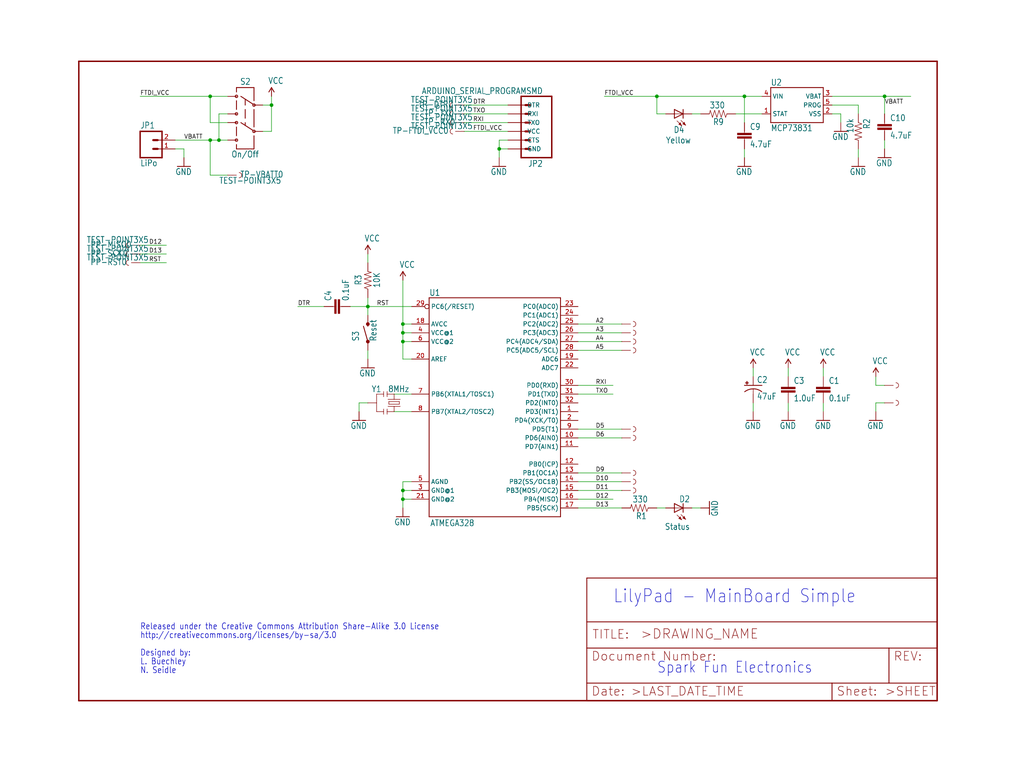
<source format=kicad_sch>
(kicad_sch (version 20211123) (generator eeschema)
  (paper "User" 297.002 223.926)
  (lib_symbols
    (symbol "eagleSchem-eagle-import:ARDUINO_SERIAL_PROGRAMSMD"
      (property "Reference" "JP" (at -5.08 10.922 0))
      (property "Value" "ARDUINO_SERIAL_PROGRAMSMD" (at -5.08 -10.16 0))
      (symbol "ARDUINO_SERIAL_PROGRAMSMD_1_0"
        (polyline (pts (xy -7.62 10.16) (xy -7.62 -7.62)) (stroke (width 0.4064)))
        (polyline (pts (xy -7.62 10.16) (xy 1.27 10.16)) (stroke (width 0.4064)))
        (polyline (pts (xy -1.27 -5.08) (xy 0 -5.08)) (stroke (width 0.6096)))
        (polyline (pts (xy -1.27 -2.54) (xy 0 -2.54)) (stroke (width 0.6096)))
        (polyline (pts (xy -1.27 0) (xy 0 0)) (stroke (width 0.6096)))
        (polyline (pts (xy -1.27 2.54) (xy 0 2.54)) (stroke (width 0.6096)))
        (polyline (pts (xy -1.27 5.08) (xy 0 5.08)) (stroke (width 0.6096)))
        (polyline (pts (xy -1.27 7.62) (xy 0 7.62)) (stroke (width 0.6096)))
        (polyline (pts (xy 1.27 -7.62) (xy -7.62 -7.62)) (stroke (width 0.4064)))
        (polyline (pts (xy 1.27 -7.62) (xy 1.27 10.16)) (stroke (width 0.4064)))
        (pin passive line (at 5.08 -5.08 180) (length 5.08) (name "DTR") (number "1"))
        (pin passive line (at 5.08 -2.54 180) (length 5.08) (name "RXI") (number "2"))
        (pin passive line (at 5.08 0 180) (length 5.08) (name "TXO") (number "3"))
        (pin passive line (at 5.08 2.54 180) (length 5.08) (name "VCC") (number "4"))
        (pin passive line (at 5.08 5.08 180) (length 5.08) (name "CTS") (number "5"))
        (pin passive line (at 5.08 7.62 180) (length 5.08) (name "GND") (number "6"))
      )
    )
    (symbol "eagleSchem-eagle-import:ATMEGA168"
      (property "Reference" "U" (at -17.78 -38.1 0))
      (property "Value" "ATMEGA168" (at -17.78 28.448 0))
      (symbol "ATMEGA168_1_0"
        (polyline (pts (xy -17.78 -35.56) (xy -17.78 27.94)) (stroke (width 0.254)))
        (polyline (pts (xy -17.78 27.94) (xy 20.32 27.94)) (stroke (width 0.254)))
        (polyline (pts (xy 20.32 -35.56) (xy -17.78 -35.56)) (stroke (width 0.254)))
        (polyline (pts (xy 20.32 27.94) (xy 20.32 -35.56)) (stroke (width 0.254)))
        (pin bidirectional line (at 25.4 -5.08 180) (length 5.08) (name "PD3(INT1)") (number "1"))
        (pin bidirectional line (at 25.4 -12.7 180) (length 5.08) (name "PD6(AIN0)") (number "10"))
        (pin bidirectional line (at 25.4 -15.24 180) (length 5.08) (name "PD7(AIN1)") (number "11"))
        (pin bidirectional line (at 25.4 -20.32 180) (length 5.08) (name "PB0(ICP)") (number "12"))
        (pin bidirectional line (at 25.4 -22.86 180) (length 5.08) (name "PB1(OC1A)") (number "13"))
        (pin bidirectional line (at 25.4 -25.4 180) (length 5.08) (name "PB2(SS/OC1B)") (number "14"))
        (pin bidirectional line (at 25.4 -27.94 180) (length 5.08) (name "PB3(MOSI/OC2)") (number "15"))
        (pin bidirectional line (at 25.4 -30.48 180) (length 5.08) (name "PB4(MISO)") (number "16"))
        (pin bidirectional line (at 25.4 -33.02 180) (length 5.08) (name "PB5(SCK)") (number "17"))
        (pin bidirectional line (at -22.86 20.32 0) (length 5.08) (name "AVCC") (number "18"))
        (pin bidirectional line (at 25.4 10.16 180) (length 5.08) (name "ADC6") (number "19"))
        (pin bidirectional line (at 25.4 -7.62 180) (length 5.08) (name "PD4(XCK/T0)") (number "2"))
        (pin bidirectional line (at -22.86 10.16 0) (length 5.08) (name "AREF") (number "20"))
        (pin bidirectional line (at -22.86 -30.48 0) (length 5.08) (name "GND@2") (number "21"))
        (pin bidirectional line (at 25.4 7.62 180) (length 5.08) (name "ADC7") (number "22"))
        (pin bidirectional line (at 25.4 25.4 180) (length 5.08) (name "PC0(ADC0)") (number "23"))
        (pin bidirectional line (at 25.4 22.86 180) (length 5.08) (name "PC1(ADC1)") (number "24"))
        (pin bidirectional line (at 25.4 20.32 180) (length 5.08) (name "PC2(ADC2)") (number "25"))
        (pin bidirectional line (at 25.4 17.78 180) (length 5.08) (name "PC3(ADC3)") (number "26"))
        (pin bidirectional line (at 25.4 15.24 180) (length 5.08) (name "PC4(ADC4/SDA)") (number "27"))
        (pin bidirectional line (at 25.4 12.7 180) (length 5.08) (name "PC5(ADC5/SCL)") (number "28"))
        (pin bidirectional inverted (at -22.86 25.4 0) (length 5.08) (name "PC6(/RESET)") (number "29"))
        (pin bidirectional line (at -22.86 -27.94 0) (length 5.08) (name "GND@1") (number "3"))
        (pin bidirectional line (at 25.4 2.54 180) (length 5.08) (name "PD0(RXD)") (number "30"))
        (pin bidirectional line (at 25.4 0 180) (length 5.08) (name "PD1(TXD)") (number "31"))
        (pin bidirectional line (at 25.4 -2.54 180) (length 5.08) (name "PD2(INT0)") (number "32"))
        (pin bidirectional line (at -22.86 17.78 0) (length 5.08) (name "VCC@1") (number "4"))
        (pin bidirectional line (at -22.86 -25.4 0) (length 5.08) (name "AGND") (number "5"))
        (pin bidirectional line (at -22.86 15.24 0) (length 5.08) (name "VCC@2") (number "6"))
        (pin bidirectional line (at -22.86 0 0) (length 5.08) (name "PB6(XTAL1/TOSC1)") (number "7"))
        (pin bidirectional line (at -22.86 -5.08 0) (length 5.08) (name "PB7(XTAL2/TOSC2)") (number "8"))
        (pin bidirectional line (at 25.4 -10.16 180) (length 5.08) (name "PD5(T1)") (number "9"))
      )
    )
    (symbol "eagleSchem-eagle-import:AYZ0202"
      (property "Value" "AYZ0202" (at -2.54 -12.7 0))
      (symbol "AYZ0202_1_0"
        (circle (center -2.54 -5.08) (radius 0.3592) (stroke (width 0.254)))
        (circle (center -2.54 2.54) (radius 0.3592) (stroke (width 0.254)))
        (polyline (pts (xy -2.54 -10.16) (xy 2.54 -10.16)) (stroke (width 0.254)))
        (polyline (pts (xy -2.54 -6.35) (xy -2.54 -10.16)) (stroke (width 0.254)))
        (polyline (pts (xy -2.54 1.27) (xy -2.54 -3.81)) (stroke (width 0.254)))
        (polyline (pts (xy -2.54 7.62) (xy -2.54 3.81)) (stroke (width 0.254)))
        (polyline (pts (xy -2.286 -4.826) (xy 1.27 -2.54)) (stroke (width 0.254)))
        (polyline (pts (xy 0 -2.54) (xy 0 -3.302)) (stroke (width 0.254)))
        (polyline (pts (xy 0 1.27) (xy 0 -1.27)) (stroke (width 0.254)))
        (polyline (pts (xy 0 4.064) (xy 0 2.54)) (stroke (width 0.254)))
        (polyline (pts (xy 1.27 5.08) (xy -2.286 2.794)) (stroke (width 0.254)))
        (polyline (pts (xy 2.54 -10.16) (xy 2.54 -8.89)) (stroke (width 0.254)))
        (polyline (pts (xy 2.54 -6.35) (xy 2.54 -3.81)) (stroke (width 0.254)))
        (polyline (pts (xy 2.54 3.81) (xy 2.54 1.27)) (stroke (width 0.254)))
        (polyline (pts (xy 2.54 6.35) (xy 2.54 7.62)) (stroke (width 0.254)))
        (polyline (pts (xy 2.54 7.62) (xy -2.54 7.62)) (stroke (width 0.254)))
        (circle (center 2.54 -7.62) (radius 0.3592) (stroke (width 0.254)))
        (circle (center 2.54 -2.54) (radius 0.3592) (stroke (width 0.254)))
        (circle (center 2.54 0) (radius 0.3592) (stroke (width 0.254)))
        (circle (center 2.54 5.08) (radius 0.3592) (stroke (width 0.254)))
        (pin bidirectional line (at 5.08 0 180) (length 2.54) (name "3") (number "1"))
        (pin bidirectional line (at -5.08 2.54 0) (length 2.54) (name "2") (number "2"))
        (pin bidirectional line (at 5.08 5.08 180) (length 2.54) (name "1") (number "3"))
        (pin bidirectional line (at 5.08 -7.62 180) (length 2.54) (name "6") (number "4"))
        (pin bidirectional line (at -5.08 -5.08 0) (length 2.54) (name "5") (number "5"))
        (pin bidirectional line (at 5.08 -2.54 180) (length 2.54) (name "4") (number "6"))
      )
    )
    (symbol "eagleSchem-eagle-import:CAP0402-CAP"
      (property "Reference" "C" (at 1.524 2.921 0))
      (property "Value" "CAP0402-CAP" (at 1.524 -2.159 0))
      (symbol "CAP0402-CAP_1_0"
        (rectangle (start -2.032 0.508) (end 2.032 1.016) (fill (type outline)))
        (rectangle (start -2.032 1.524) (end 2.032 2.032) (fill (type outline)))
        (polyline (pts (xy 0 0) (xy 0 0.508)) (stroke (width 0.1524)))
        (polyline (pts (xy 0 2.54) (xy 0 2.032)) (stroke (width 0.1524)))
        (pin passive line (at 0 5.08 270) (length 2.54) (name "1") (number "1"))
        (pin passive line (at 0 -2.54 90) (length 2.54) (name "2") (number "2"))
      )
    )
    (symbol "eagleSchem-eagle-import:CAP_POL3528"
      (property "Reference" "C" (at 1.016 0.635 0))
      (property "Value" "CAP_POL3528" (at 1.016 -4.191 0))
      (symbol "CAP_POL3528_1_0"
        (rectangle (start -2.253 0.668) (end -1.364 0.795) (fill (type outline)))
        (rectangle (start -1.872 0.287) (end -1.745 1.176) (fill (type outline)))
        (arc (start 0 -1.0161) (mid -1.3021 -1.2302) (end -2.4669 -1.8504) (stroke (width 0.254)))
        (polyline (pts (xy -2.54 0) (xy 2.54 0)) (stroke (width 0.254)))
        (polyline (pts (xy 0 -1.016) (xy 0 -2.54)) (stroke (width 0.1524)))
        (arc (start 2.4892 -1.8542) (mid 1.3158 -1.2195) (end 0 -1) (stroke (width 0.254)))
        (pin passive line (at 0 2.54 270) (length 2.54) (name "+") (number "A"))
        (pin passive line (at 0 -5.08 90) (length 2.54) (name "-") (number "C"))
      )
    )
    (symbol "eagleSchem-eagle-import:FRAME-LETTER"
      (symbol "FRAME-LETTER_1_0"
        (polyline (pts (xy 0 0) (xy 248.92 0)) (stroke (width 0.4064)))
        (polyline (pts (xy 0 185.42) (xy 0 0)) (stroke (width 0.4064)))
        (polyline (pts (xy 0 185.42) (xy 248.92 185.42)) (stroke (width 0.4064)))
        (polyline (pts (xy 248.92 185.42) (xy 248.92 0)) (stroke (width 0.4064)))
      )
      (symbol "FRAME-LETTER_2_0"
        (polyline (pts (xy 0 0) (xy 0 5.08)) (stroke (width 0.254)))
        (polyline (pts (xy 0 0) (xy 71.12 0)) (stroke (width 0.254)))
        (polyline (pts (xy 0 5.08) (xy 0 15.24)) (stroke (width 0.254)))
        (polyline (pts (xy 0 5.08) (xy 71.12 5.08)) (stroke (width 0.254)))
        (polyline (pts (xy 0 15.24) (xy 0 22.86)) (stroke (width 0.254)))
        (polyline (pts (xy 0 22.86) (xy 0 35.56)) (stroke (width 0.254)))
        (polyline (pts (xy 0 22.86) (xy 101.6 22.86)) (stroke (width 0.254)))
        (polyline (pts (xy 71.12 0) (xy 101.6 0)) (stroke (width 0.254)))
        (polyline (pts (xy 71.12 5.08) (xy 71.12 0)) (stroke (width 0.254)))
        (polyline (pts (xy 71.12 5.08) (xy 87.63 5.08)) (stroke (width 0.254)))
        (polyline (pts (xy 87.63 5.08) (xy 101.6 5.08)) (stroke (width 0.254)))
        (polyline (pts (xy 87.63 15.24) (xy 0 15.24)) (stroke (width 0.254)))
        (polyline (pts (xy 87.63 15.24) (xy 87.63 5.08)) (stroke (width 0.254)))
        (polyline (pts (xy 101.6 5.08) (xy 101.6 0)) (stroke (width 0.254)))
        (polyline (pts (xy 101.6 15.24) (xy 87.63 15.24)) (stroke (width 0.254)))
        (polyline (pts (xy 101.6 15.24) (xy 101.6 5.08)) (stroke (width 0.254)))
        (polyline (pts (xy 101.6 22.86) (xy 101.6 15.24)) (stroke (width 0.254)))
        (polyline (pts (xy 101.6 35.56) (xy 0 35.56)) (stroke (width 0.254)))
        (polyline (pts (xy 101.6 35.56) (xy 101.6 22.86)) (stroke (width 0.254)))
        (text ">DRAWING_NAME" (at 15.494 17.78 0) (effects (font (size 2.7432 2.7432)) (justify left bottom)))
        (text ">LAST_DATE_TIME" (at 12.7 1.27 0) (effects (font (size 2.54 2.54)) (justify left bottom)))
        (text ">SHEET" (at 86.36 1.27 0) (effects (font (size 2.54 2.54)) (justify left bottom)))
        (text "Date:" (at 1.27 1.27 0) (effects (font (size 2.54 2.54)) (justify left bottom)))
        (text "Document Number:" (at 1.27 11.43 0) (effects (font (size 2.54 2.54)) (justify left bottom)))
        (text "REV:" (at 88.9 11.43 0) (effects (font (size 2.54 2.54)) (justify left bottom)))
        (text "Sheet:" (at 72.39 1.27 0) (effects (font (size 2.54 2.54)) (justify left bottom)))
        (text "TITLE:" (at 1.524 17.78 0) (effects (font (size 2.54 2.54)) (justify left bottom)))
      )
    )
    (symbol "eagleSchem-eagle-import:GND" (power)
      (property "Value" "GND" (at -2.54 -2.54 0))
      (symbol "GND_1_0"
        (polyline (pts (xy -1.905 0) (xy 1.905 0)) (stroke (width 0.254)))
        (pin power_in line (at 0 2.54 270) (length 2.54) (name "GND") (number "1"))
      )
    )
    (symbol "eagleSchem-eagle-import:LED0603"
      (property "Reference" "LED" (at 3.556 -4.572 90))
      (property "Value" "LED0603" (at 5.715 -4.572 90))
      (symbol "LED0603_1_0"
        (polyline (pts (xy -2.032 -0.762) (xy -3.429 -2.159)) (stroke (width 0.1524)))
        (polyline (pts (xy -1.905 -1.905) (xy -3.302 -3.302)) (stroke (width 0.1524)))
        (polyline (pts (xy 0 -2.54) (xy -1.27 -2.54)) (stroke (width 0.254)))
        (polyline (pts (xy 0 -2.54) (xy -1.27 0)) (stroke (width 0.254)))
        (polyline (pts (xy 0 0) (xy -1.27 0)) (stroke (width 0.254)))
        (polyline (pts (xy 0 0) (xy 0 -2.54)) (stroke (width 0.1524)))
        (polyline (pts (xy 1.27 -2.54) (xy 0 -2.54)) (stroke (width 0.254)))
        (polyline (pts (xy 1.27 0) (xy 0 -2.54)) (stroke (width 0.254)))
        (polyline (pts (xy 1.27 0) (xy 0 0)) (stroke (width 0.254)))
        (polyline (pts (xy -3.429 -2.159) (xy -3.048 -1.27) (xy -2.54 -1.778)) (fill (type outline)))
        (polyline (pts (xy -3.302 -3.302) (xy -2.921 -2.413) (xy -2.413 -2.921)) (fill (type outline)))
        (pin passive line (at 0 2.54 270) (length 2.54) (name "A") (number "A"))
        (pin passive line (at 0 -5.08 90) (length 2.54) (name "C") (number "C"))
      )
    )
    (symbol "eagleSchem-eagle-import:M02-JST-2MM-SMT"
      (property "Reference" "JP" (at -2.54 5.842 0))
      (property "Value" "M02-JST-2MM-SMT" (at -2.54 -5.08 0))
      (symbol "M02-JST-2MM-SMT_1_0"
        (polyline (pts (xy -2.54 5.08) (xy -2.54 -2.54)) (stroke (width 0.4064)))
        (polyline (pts (xy -2.54 5.08) (xy 3.81 5.08)) (stroke (width 0.4064)))
        (polyline (pts (xy 1.27 0) (xy 2.54 0)) (stroke (width 0.6096)))
        (polyline (pts (xy 1.27 2.54) (xy 2.54 2.54)) (stroke (width 0.6096)))
        (polyline (pts (xy 3.81 -2.54) (xy -2.54 -2.54)) (stroke (width 0.4064)))
        (polyline (pts (xy 3.81 -2.54) (xy 3.81 5.08)) (stroke (width 0.4064)))
        (pin passive line (at 7.62 0 180) (length 5.08) (name "1") (number "1"))
        (pin passive line (at 7.62 2.54 180) (length 5.08) (name "2") (number "2"))
      )
    )
    (symbol "eagleSchem-eagle-import:MCP73831"
      (property "Value" "MCP73831" (at -7.62 -7.62 0))
      (symbol "MCP73831_1_0"
        (polyline (pts (xy -7.62 -5.08) (xy -7.62 5.08)) (stroke (width 0.254)))
        (polyline (pts (xy -7.62 5.08) (xy 7.62 5.08)) (stroke (width 0.254)))
        (polyline (pts (xy 7.62 -5.08) (xy -7.62 -5.08)) (stroke (width 0.254)))
        (polyline (pts (xy 7.62 5.08) (xy 7.62 -5.08)) (stroke (width 0.254)))
        (pin output line (at -10.16 -2.54 0) (length 2.54) (name "STAT") (number "1"))
        (pin power_in line (at 10.16 -2.54 180) (length 2.54) (name "VSS") (number "2"))
        (pin power_in line (at 10.16 2.54 180) (length 2.54) (name "VBAT") (number "3"))
        (pin power_in line (at -10.16 2.54 0) (length 2.54) (name "VIN") (number "4"))
        (pin input line (at 10.16 0 180) (length 2.54) (name "PROG") (number "5"))
      )
    )
    (symbol "eagleSchem-eagle-import:RESISTOR0402-RES"
      (property "Reference" "R" (at -3.81 1.4986 0))
      (property "Value" "RESISTOR0402-RES" (at -3.81 -3.302 0))
      (symbol "RESISTOR0402-RES_1_0"
        (polyline (pts (xy -2.54 0) (xy -2.159 1.016)) (stroke (width 0.1524)))
        (polyline (pts (xy -2.159 1.016) (xy -1.524 -1.016)) (stroke (width 0.1524)))
        (polyline (pts (xy -1.524 -1.016) (xy -0.889 1.016)) (stroke (width 0.1524)))
        (polyline (pts (xy -0.889 1.016) (xy -0.254 -1.016)) (stroke (width 0.1524)))
        (polyline (pts (xy -0.254 -1.016) (xy 0.381 1.016)) (stroke (width 0.1524)))
        (polyline (pts (xy 0.381 1.016) (xy 1.016 -1.016)) (stroke (width 0.1524)))
        (polyline (pts (xy 1.016 -1.016) (xy 1.651 1.016)) (stroke (width 0.1524)))
        (polyline (pts (xy 1.651 1.016) (xy 2.286 -1.016)) (stroke (width 0.1524)))
        (polyline (pts (xy 2.286 -1.016) (xy 2.54 0)) (stroke (width 0.1524)))
        (pin passive line (at -5.08 0 0) (length 2.54) (name "1") (number "1"))
        (pin passive line (at 5.08 0 180) (length 2.54) (name "2") (number "2"))
      )
    )
    (symbol "eagleSchem-eagle-import:RESONATORSMD"
      (property "Reference" "Y" (at 2.54 1.016 0))
      (property "Value" "RESONATORSMD" (at 2.54 -7.62 0))
      (symbol "RESONATORSMD_1_0"
        (polyline (pts (xy -2.54 -3.048) (xy -3.302 -3.048)) (stroke (width 0.1524)))
        (polyline (pts (xy -2.54 -3.048) (xy -2.54 -5.08)) (stroke (width 0.1524)))
        (polyline (pts (xy -2.54 -2.032) (xy -3.302 -2.032)) (stroke (width 0.1524)))
        (polyline (pts (xy -2.54 -2.032) (xy -2.54 0)) (stroke (width 0.1524)))
        (polyline (pts (xy -2.54 0) (xy -1.016 0)) (stroke (width 0.1524)))
        (polyline (pts (xy -1.778 -3.048) (xy -2.54 -3.048)) (stroke (width 0.1524)))
        (polyline (pts (xy -1.778 -2.032) (xy -2.54 -2.032)) (stroke (width 0.1524)))
        (polyline (pts (xy -1.016 0) (xy -1.016 -1.778)) (stroke (width 0.1524)))
        (polyline (pts (xy -1.016 1.778) (xy -1.016 0)) (stroke (width 0.1524)))
        (polyline (pts (xy -0.381 -1.524) (xy 0.381 -1.524)) (stroke (width 0.1524)))
        (polyline (pts (xy -0.381 1.524) (xy -0.381 -1.524)) (stroke (width 0.1524)))
        (polyline (pts (xy 0 -5.08) (xy -2.54 -5.08)) (stroke (width 0.1524)))
        (polyline (pts (xy 0 -5.08) (xy 0 -7.62)) (stroke (width 0.1524)))
        (polyline (pts (xy 0.381 -1.524) (xy 0.381 1.524)) (stroke (width 0.1524)))
        (polyline (pts (xy 0.381 1.524) (xy -0.381 1.524)) (stroke (width 0.1524)))
        (polyline (pts (xy 1.016 0) (xy 1.016 -1.778)) (stroke (width 0.1524)))
        (polyline (pts (xy 1.016 0) (xy 2.54 0)) (stroke (width 0.1524)))
        (polyline (pts (xy 1.016 1.778) (xy 1.016 0)) (stroke (width 0.1524)))
        (polyline (pts (xy 2.54 -5.08) (xy 0 -5.08)) (stroke (width 0.1524)))
        (polyline (pts (xy 2.54 -3.048) (xy 1.778 -3.048)) (stroke (width 0.1524)))
        (polyline (pts (xy 2.54 -3.048) (xy 2.54 -5.08)) (stroke (width 0.1524)))
        (polyline (pts (xy 2.54 -2.032) (xy 1.778 -2.032)) (stroke (width 0.1524)))
        (polyline (pts (xy 2.54 0) (xy 2.54 -2.032)) (stroke (width 0.1524)))
        (polyline (pts (xy 3.302 -3.048) (xy 2.54 -3.048)) (stroke (width 0.1524)))
        (polyline (pts (xy 3.302 -2.032) (xy 2.54 -2.032)) (stroke (width 0.1524)))
        (pin passive line (at -2.54 0 0) (length 0) (name "1") (number "1"))
        (pin passive line (at 0 -7.62 90) (length 0) (name "2") (number "2"))
        (pin passive line (at 2.54 0 180) (length 0) (name "3") (number "3"))
      )
    )
    (symbol "eagleSchem-eagle-import:SEWTAP9"
      (symbol "SEWTAP9_1_0"
        (polyline (pts (xy 0 0) (xy -2.54 0)) (stroke (width 0.1524)))
        (arc (start 0.762 -0.762) (mid 1.524 0) (end 0.762 0.762) (stroke (width 0.1524)))
        (pin bidirectional line (at -2.54 0 180) (length 0) (name "1") (number "1"))
      )
    )
    (symbol "eagleSchem-eagle-import:SWITCH-MOMENTARY-2SMD"
      (property "Reference" "S" (at -2.54 2.54 0))
      (property "Value" "SWITCH-MOMENTARY-2SMD" (at -2.54 -2.54 0))
      (symbol "SWITCH-MOMENTARY-2SMD_1_0"
        (circle (center -2.54 0) (radius 0.127) (stroke (width 0.4064)))
        (polyline (pts (xy -2.54 0) (xy 1.905 1.27)) (stroke (width 0.254)))
        (polyline (pts (xy 1.905 0) (xy 2.54 0)) (stroke (width 0.254)))
        (circle (center 2.54 0) (radius 0.127) (stroke (width 0.4064)))
        (pin passive line (at -5.08 0 0) (length 2.54) (name "1") (number "1"))
        (pin passive line (at 5.08 0 180) (length 2.54) (name "2") (number "3"))
      )
    )
    (symbol "eagleSchem-eagle-import:TEST-POINT3X5"
      (property "Reference" "TP" (at -2.54 2.54 0))
      (property "Value" "TEST-POINT3X5" (at -2.54 -2.54 0))
      (symbol "TEST-POINT3X5_1_0"
        (polyline (pts (xy 2.54 0) (xy 0 0)) (stroke (width 0.1524)))
        (arc (start 3.302 -0.762) (mid 4.064 0) (end 3.302 0.762) (stroke (width 0.1524)))
        (pin bidirectional line (at 0 0 180) (length 0) (name "1") (number "P$1"))
      )
    )
    (symbol "eagleSchem-eagle-import:VCC" (power)
      (property "Value" "VCC" (at -1.016 3.556 0))
      (symbol "VCC_1_0"
        (polyline (pts (xy 0 2.54) (xy -0.762 1.27)) (stroke (width 0.254)))
        (polyline (pts (xy 0.762 1.27) (xy 0 2.54)) (stroke (width 0.254)))
        (pin power_in line (at 0 0 90) (length 2.54) (name "VCC") (number "1"))
      )
    )
  )
  (junction (at 144.78 43.18))
  (junction (at 116.84 142.24))
  (junction (at 60.96 40.64))
  (junction (at 116.84 99.06))
  (junction (at 116.84 96.52))
  (junction (at 116.84 93.98))
  (junction (at 60.96 27.94))
  (junction (at 256.54 27.94))
  (junction (at 106.68 88.9))
  (junction (at 190.5 27.94))
  (junction (at 116.84 144.78))
  (junction (at 78.74 30.48))
  (junction (at 63.5 40.64))
  (junction (at 215.9 27.94))
  (wire (pts (xy 180.34 99.06) (xy 167.64 99.06)))
  (wire (pts (xy 190.5 147.32) (xy 193.04 147.32)))
  (wire (pts (xy 60.96 27.94) (xy 40.64 27.94)))
  (wire (pts (xy 116.84 139.7) (xy 116.84 142.24)))
  (wire (pts (xy 116.84 93.98) (xy 116.84 81.28)))
  (wire (pts (xy 119.38 96.52) (xy 116.84 96.52)))
  (wire (pts (xy 106.68 88.9) (xy 106.68 91.44)))
  (wire (pts (xy 66.04 35.56) (xy 60.96 35.56)))
  (wire (pts (xy 119.38 99.06) (xy 116.84 99.06)))
  (wire (pts (xy 63.5 40.64) (xy 60.96 40.64)))
  (wire (pts (xy 66.04 50.8) (xy 60.96 50.8)))
  (wire (pts (xy 116.84 99.06) (xy 116.84 96.52)))
  (wire (pts (xy 167.64 127) (xy 180.34 127)))
  (wire (pts (xy 167.64 139.7) (xy 180.34 139.7)))
  (wire (pts (xy 60.96 35.56) (xy 60.96 27.94)))
  (wire (pts (xy 200.66 33.02) (xy 203.2 33.02)))
  (wire (pts (xy 215.9 27.94) (xy 190.5 27.94)))
  (wire (pts (xy 248.92 30.48) (xy 248.92 33.02)))
  (wire (pts (xy 144.78 43.18) (xy 144.78 40.64)))
  (wire (pts (xy 119.38 119.38) (xy 114.3 119.38)))
  (wire (pts (xy 63.5 33.02) (xy 63.5 40.64)))
  (wire (pts (xy 190.5 27.94) (xy 175.26 27.94)))
  (wire (pts (xy 40.64 73.66) (xy 48.26 73.66)))
  (wire (pts (xy 218.44 119.38) (xy 218.44 116.84)))
  (wire (pts (xy 119.38 144.78) (xy 116.84 144.78)))
  (wire (pts (xy 106.68 76.2) (xy 106.68 73.66)))
  (wire (pts (xy 254 109.22) (xy 254 111.76)))
  (wire (pts (xy 93.98 88.9) (xy 86.36 88.9)))
  (wire (pts (xy 228.6 106.68) (xy 228.6 109.22)))
  (wire (pts (xy 256.54 33.02) (xy 256.54 27.94)))
  (wire (pts (xy 104.14 119.38) (xy 104.14 116.84)))
  (wire (pts (xy 119.38 142.24) (xy 116.84 142.24)))
  (wire (pts (xy 254 116.84) (xy 254 119.38)))
  (wire (pts (xy 40.64 71.12) (xy 48.26 71.12)))
  (wire (pts (xy 66.04 33.02) (xy 63.5 33.02)))
  (wire (pts (xy 238.76 106.68) (xy 238.76 109.22)))
  (wire (pts (xy 241.3 30.48) (xy 248.92 30.48)))
  (wire (pts (xy 147.32 43.18) (xy 144.78 43.18)))
  (wire (pts (xy 60.96 40.64) (xy 50.8 40.64)))
  (wire (pts (xy 180.34 101.6) (xy 167.64 101.6)))
  (wire (pts (xy 76.2 38.1) (xy 78.74 38.1)))
  (wire (pts (xy 60.96 50.8) (xy 60.96 40.64)))
  (wire (pts (xy 203.2 147.32) (xy 200.66 147.32)))
  (wire (pts (xy 215.9 43.18) (xy 215.9 45.72)))
  (wire (pts (xy 167.64 142.24) (xy 180.34 142.24)))
  (wire (pts (xy 147.32 33.02) (xy 134.62 33.02)))
  (wire (pts (xy 119.38 114.3) (xy 114.3 114.3)))
  (wire (pts (xy 147.32 35.56) (xy 134.62 35.56)))
  (wire (pts (xy 167.64 147.32) (xy 180.34 147.32)))
  (wire (pts (xy 119.38 93.98) (xy 116.84 93.98)))
  (wire (pts (xy 215.9 35.56) (xy 215.9 27.94)))
  (wire (pts (xy 256.54 27.94) (xy 264.16 27.94)))
  (wire (pts (xy 193.04 33.02) (xy 190.5 33.02)))
  (wire (pts (xy 101.6 88.9) (xy 106.68 88.9)))
  (wire (pts (xy 228.6 119.38) (xy 228.6 116.84)))
  (wire (pts (xy 116.84 96.52) (xy 116.84 93.98)))
  (wire (pts (xy 180.34 137.16) (xy 167.64 137.16)))
  (wire (pts (xy 106.68 88.9) (xy 119.38 88.9)))
  (wire (pts (xy 50.8 43.18) (xy 53.34 43.18)))
  (wire (pts (xy 147.32 30.48) (xy 134.62 30.48)))
  (wire (pts (xy 147.32 38.1) (xy 134.62 38.1)))
  (wire (pts (xy 106.68 101.6) (xy 106.68 104.14)))
  (wire (pts (xy 218.44 106.68) (xy 218.44 109.22)))
  (wire (pts (xy 116.84 142.24) (xy 116.84 144.78)))
  (wire (pts (xy 241.3 27.94) (xy 256.54 27.94)))
  (wire (pts (xy 40.64 76.2) (xy 48.26 76.2)))
  (wire (pts (xy 106.68 86.36) (xy 106.68 88.9)))
  (wire (pts (xy 116.84 99.06) (xy 116.84 104.14)))
  (wire (pts (xy 116.84 104.14) (xy 119.38 104.14)))
  (wire (pts (xy 119.38 139.7) (xy 116.84 139.7)))
  (wire (pts (xy 66.04 27.94) (xy 60.96 27.94)))
  (wire (pts (xy 167.64 144.78) (xy 177.8 144.78)))
  (wire (pts (xy 180.34 93.98) (xy 167.64 93.98)))
  (wire (pts (xy 144.78 45.72) (xy 144.78 43.18)))
  (wire (pts (xy 116.84 144.78) (xy 116.84 147.32)))
  (wire (pts (xy 147.32 40.64) (xy 144.78 40.64)))
  (wire (pts (xy 66.04 40.64) (xy 63.5 40.64)))
  (wire (pts (xy 243.84 33.02) (xy 243.84 35.56)))
  (wire (pts (xy 238.76 119.38) (xy 238.76 116.84)))
  (wire (pts (xy 241.3 33.02) (xy 243.84 33.02)))
  (wire (pts (xy 167.64 111.76) (xy 177.8 111.76)))
  (wire (pts (xy 76.2 30.48) (xy 78.74 30.48)))
  (wire (pts (xy 167.64 114.3) (xy 177.8 114.3)))
  (wire (pts (xy 78.74 38.1) (xy 78.74 30.48)))
  (wire (pts (xy 254 116.84) (xy 256.54 116.84)))
  (wire (pts (xy 220.98 27.94) (xy 215.9 27.94)))
  (wire (pts (xy 256.54 43.18) (xy 256.54 40.64)))
  (wire (pts (xy 180.34 96.52) (xy 167.64 96.52)))
  (wire (pts (xy 104.14 116.84) (xy 106.68 116.84)))
  (wire (pts (xy 53.34 45.72) (xy 53.34 43.18)))
  (wire (pts (xy 213.36 33.02) (xy 220.98 33.02)))
  (wire (pts (xy 248.92 45.72) (xy 248.92 43.18)))
  (wire (pts (xy 78.74 30.48) (xy 78.74 27.94)))
  (wire (pts (xy 190.5 33.02) (xy 190.5 27.94)))
  (wire (pts (xy 180.34 124.46) (xy 167.64 124.46)))
  (wire (pts (xy 254 111.76) (xy 256.54 111.76)))
  (text "N. Seidle" (at 40.64 195.58 180) (effects (font (size 1.778 1.5113)) (justify left bottom)))
  (text "Released under the Creative Commons Attribution Share-Alike 3.0 License" (at 40.64 182.88 0) (effects (font (size 1.778 1.5113)) (justify left bottom)))
  (text "http://creativecommons.org/licenses/by-sa/3.0" (at 40.64 185.42 180) (effects (font (size 1.778 1.5113)) (justify left bottom)))
  (text "LilyPad - MainBoard Simple" (at 177.8 175.26 180) (effects (font (size 3.81 3.2385)) (justify left bottom)))
  (text "Designed by:" (at 40.64 190.5 180) (effects (font (size 1.778 1.5113)) (justify left bottom)))
  (text "L. Buechley" (at 40.64 193.04 180) (effects (font (size 1.778 1.5113)) (justify left bottom)))
  (text "Spark Fun Electronics" (at 190.5 195.58 180) (effects (font (size 3.175 2.6987)) (justify left bottom)))
  (label "TXO" (at 137.16 33.02 0) (effects (font (size 1.2446 1.2446))))
  (label "A3" (at 172.72 96.52 0) (effects (font (size 1.2446 1.2446))))
  (label "VBATT" (at 256.54 30.48 0) (effects (font (size 1.2446 1.2446))))
  (label "RXI" (at 137.16 35.56 0) (effects (font (size 1.2446 1.2446))))
  (label "D12" (at 172.72 144.78 0) (effects (font (size 1.2446 1.2446))))
  (label "A5" (at 172.72 101.6 0) (effects (font (size 1.2446 1.2446))))
  (label "TXO" (at 172.72 114.3 0) (effects (font (size 1.2446 1.2446))))
  (label "RXI" (at 172.72 111.76 0) (effects (font (size 1.2446 1.2446))))
  (label "D5" (at 172.72 124.46 0) (effects (font (size 1.2446 1.2446))))
  (label "FTDI_VCC" (at 40.64 27.94 0) (effects (font (size 1.2446 1.2446))))
  (label "A4" (at 172.72 99.06 0) (effects (font (size 1.2446 1.2446))))
  (label "D10" (at 172.72 139.7 0) (effects (font (size 1.2446 1.2446))))
  (label "A2" (at 172.72 93.98 0) (effects (font (size 1.2446 1.2446))))
  (label "RST" (at 43.18 76.2 0) (effects (font (size 1.2446 1.2446))))
  (label "D11" (at 172.72 142.24 0) (effects (font (size 1.2446 1.2446))))
  (label "D13" (at 172.72 147.32 0) (effects (font (size 1.2446 1.2446))))
  (label "FTDI_VCC" (at 175.26 27.94 0) (effects (font (size 1.2446 1.2446))))
  (label "DTR" (at 137.16 30.48 0) (effects (font (size 1.2446 1.2446))))
  (label "D6" (at 172.72 127 0) (effects (font (size 1.2446 1.2446))))
  (label "RST" (at 109.22 88.9 0) (effects (font (size 1.2446 1.2446))))
  (label "DTR" (at 86.36 88.9 0) (effects (font (size 1.2446 1.2446))))
  (label "VBATT" (at 53.34 40.64 0) (effects (font (size 1.2446 1.2446))))
  (label "D13" (at 43.18 73.66 0) (effects (font (size 1.2446 1.2446))))
  (label "FTDI_VCC" (at 137.16 38.1 0) (effects (font (size 1.2446 1.2446))))
  (label "D12" (at 43.18 71.12 0) (effects (font (size 1.2446 1.2446))))
  (label "D9" (at 172.72 137.16 0) (effects (font (size 1.2446 1.2446))))
  (symbol (lib_id "eagleSchem-eagle-import:CAP0402-CAP") (at 256.54 38.1 0) (unit 1)
    (property "Reference" "C10" (at 258.064 35.179 0) (effects (font (size 1.778 1.5113)) (justify left bottom)))
    (property "Value" "4.7uF" (at 258.064 40.259 0) (effects (font (size 1.778 1.5113)) (justify left bottom)))
    (property "Footprint" "eagleSchem:0402-CAP" (effects hide))
  )
  (symbol (lib_id "eagleSchem-eagle-import:TEST-POINT3X5") (at 66.04 50.8 0) (unit 1)
    (property "Reference" "TP-VBATT0" (at 69.596 51.562 0) (effects (font (size 1.778 1.5113)) (justify left bottom)))
    (property "Value" "TEST-POINT3X5" (at 63.5 53.34 0) (effects (font (size 1.778 1.5113)) (justify left bottom)))
    (property "Footprint" "eagleSchem:PAD.03X.05" (effects hide))
  )
  (symbol (lib_id "eagleSchem-eagle-import:GND") (at 53.34 48.26 0) (unit 1)
    (property "Reference" "#GND12" (effects hide))
    (property "Value" "GND" (at 50.8 50.8 0) (effects (font (size 1.778 1.5113)) (justify left bottom)))
    (property "Footprint" "eagleSchem:" (effects hide))
  )
  (symbol (lib_id "eagleSchem-eagle-import:GND") (at 205.74 147.32 90) (unit 1)
    (property "Reference" "#GND2" (effects hide))
    (property "Value" "GND" (at 208.28 149.86 0) (effects (font (size 1.778 1.5113)) (justify left bottom)))
    (property "Footprint" "eagleSchem:" (effects hide))
  )
  (symbol (lib_id "eagleSchem-eagle-import:GND") (at 238.76 121.92 0) (unit 1)
    (property "Reference" "#GND7" (effects hide))
    (property "Value" "GND" (at 236.22 124.46 0) (effects (font (size 1.778 1.5113)) (justify left bottom)))
    (property "Footprint" "eagleSchem:" (effects hide))
  )
  (symbol (lib_id "eagleSchem-eagle-import:GND") (at 215.9 48.26 0) (unit 1)
    (property "Reference" "#GND18" (effects hide))
    (property "Value" "GND" (at 213.36 50.8 0) (effects (font (size 1.778 1.5113)) (justify left bottom)))
    (property "Footprint" "eagleSchem:" (effects hide))
  )
  (symbol (lib_id "eagleSchem-eagle-import:RESISTOR0402-RES") (at 106.68 81.28 90) (unit 1)
    (property "Reference" "R3" (at 104.902 82.804 0) (effects (font (size 1.778 1.5113)) (justify left bottom)))
    (property "Value" "10K" (at 110.236 83.566 0) (effects (font (size 1.778 1.5113)) (justify left bottom)))
    (property "Footprint" "eagleSchem:0402-RES" (effects hide))
  )
  (symbol (lib_id "eagleSchem-eagle-import:GND") (at 256.54 45.72 0) (unit 1)
    (property "Reference" "#GND20" (effects hide))
    (property "Value" "GND" (at 254 48.26 0) (effects (font (size 1.778 1.5113)) (justify left bottom)))
    (property "Footprint" "eagleSchem:" (effects hide))
  )
  (symbol (lib_id "eagleSchem-eagle-import:TEST-POINT3X5") (at 134.62 38.1 180) (unit 1)
    (property "Reference" "TP-FTDI_VCC0" (at 113.792 38.862 0) (effects (font (size 1.778 1.5113)) (justify right top)))
    (property "Value" "TEST-POINT3X5" (at 137.16 35.56 0) (effects (font (size 1.778 1.5113)) (justify left bottom)))
    (property "Footprint" "eagleSchem:PAD.03X.05" (effects hide))
  )
  (symbol (lib_id "eagleSchem-eagle-import:CAP0402-CAP") (at 215.9 40.64 0) (unit 1)
    (property "Reference" "C9" (at 217.424 37.719 0) (effects (font (size 1.778 1.5113)) (justify left bottom)))
    (property "Value" "4.7uF" (at 217.424 42.799 0) (effects (font (size 1.778 1.5113)) (justify left bottom)))
    (property "Footprint" "eagleSchem:0402-CAP" (effects hide))
  )
  (symbol (lib_id "eagleSchem-eagle-import:GND") (at 248.92 48.26 0) (unit 1)
    (property "Reference" "#GND13" (effects hide))
    (property "Value" "GND" (at 246.38 50.8 0) (effects (font (size 1.778 1.5113)) (justify left bottom)))
    (property "Footprint" "eagleSchem:" (effects hide))
  )
  (symbol (lib_id "eagleSchem-eagle-import:ATMEGA168") (at 142.24 114.3 0) (unit 1)
    (property "Reference" "U1" (at 124.46 85.852 0) (effects (font (size 1.778 1.5113)) (justify left bottom)))
    (property "Value" "ATMEGA328" (at 124.714 152.654 0) (effects (font (size 1.778 1.5113)) (justify left bottom)))
    (property "Footprint" "eagleSchem:TQFP32-08" (effects hide))
  )
  (symbol (lib_id "eagleSchem-eagle-import:SEWTAP9") (at 182.88 124.46 0) (unit 1)
    (property "Reference" "U$41" (effects hide))
    (property "Value" "SEWTAP9" (effects hide))
    (property "Footprint" "eagleSchem:PETAL-LONG-1-2SIDE" (effects hide))
  )
  (symbol (lib_id "eagleSchem-eagle-import:GND") (at 218.44 121.92 0) (unit 1)
    (property "Reference" "#GND4" (effects hide))
    (property "Value" "GND" (at 215.9 124.46 0) (effects (font (size 1.778 1.5113)) (justify left bottom)))
    (property "Footprint" "eagleSchem:" (effects hide))
  )
  (symbol (lib_id "eagleSchem-eagle-import:VCC") (at 106.68 73.66 0) (unit 1)
    (property "Reference" "#P+2" (effects hide))
    (property "Value" "VCC" (at 105.664 70.104 0) (effects (font (size 1.778 1.5113)) (justify left bottom)))
    (property "Footprint" "eagleSchem:" (effects hide))
  )
  (symbol (lib_id "eagleSchem-eagle-import:LED0603") (at 195.58 33.02 90) (unit 1)
    (property "Reference" "D4" (at 195.326 38.608 90) (effects (font (size 1.778 1.5113)) (justify right top)))
    (property "Value" "Yellow" (at 193.04 41.656 90) (effects (font (size 1.778 1.5113)) (justify right top)))
    (property "Footprint" "eagleSchem:LED-0603" (effects hide))
  )
  (symbol (lib_id "eagleSchem-eagle-import:GND") (at 116.84 149.86 0) (unit 1)
    (property "Reference" "#GND5" (effects hide))
    (property "Value" "GND" (at 114.3 152.4 0) (effects (font (size 1.778 1.5113)) (justify left bottom)))
    (property "Footprint" "eagleSchem:" (effects hide))
  )
  (symbol (lib_id "eagleSchem-eagle-import:VCC") (at 78.74 27.94 0) (unit 1)
    (property "Reference" "#P+8" (effects hide))
    (property "Value" "VCC" (at 77.724 24.384 0) (effects (font (size 1.778 1.5113)) (justify left bottom)))
    (property "Footprint" "eagleSchem:" (effects hide))
  )
  (symbol (lib_id "eagleSchem-eagle-import:SEWTAP9") (at 259.08 111.76 0) (unit 1)
    (property "Reference" "U$45" (effects hide))
    (property "Value" "SEWTAP9" (effects hide))
    (property "Footprint" "eagleSchem:PETAL-LONG-1-2SIDE" (effects hide))
  )
  (symbol (lib_id "eagleSchem-eagle-import:VCC") (at 228.6 106.68 0) (unit 1)
    (property "Reference" "#P+6" (effects hide))
    (property "Value" "VCC" (at 227.584 103.124 0) (effects (font (size 1.778 1.5113)) (justify left bottom)))
    (property "Footprint" "eagleSchem:" (effects hide))
  )
  (symbol (lib_id "eagleSchem-eagle-import:GND") (at 144.78 48.26 0) (unit 1)
    (property "Reference" "#GND1" (effects hide))
    (property "Value" "GND" (at 142.24 50.8 0) (effects (font (size 1.778 1.5113)) (justify left bottom)))
    (property "Footprint" "eagleSchem:" (effects hide))
  )
  (symbol (lib_id "eagleSchem-eagle-import:AYZ0202") (at 71.12 33.02 0) (mirror y) (unit 1)
    (property "Reference" "S2" (at 69.596 24.638 0) (effects (font (size 1.778 1.5113)) (justify right bottom)))
    (property "Value" "On/Off" (at 67.056 45.72 0) (effects (font (size 1.778 1.5113)) (justify right bottom)))
    (property "Footprint" "eagleSchem:AYZ0202" (effects hide))
  )
  (symbol (lib_id "eagleSchem-eagle-import:SEWTAP9") (at 182.88 142.24 0) (unit 1)
    (property "Reference" "U$4" (effects hide))
    (property "Value" "SEWTAP9" (effects hide))
    (property "Footprint" "eagleSchem:PETAL-LONG-1-2SIDE" (effects hide))
  )
  (symbol (lib_id "eagleSchem-eagle-import:VCC") (at 238.76 106.68 0) (unit 1)
    (property "Reference" "#P+4" (effects hide))
    (property "Value" "VCC" (at 237.744 103.124 0) (effects (font (size 1.778 1.5113)) (justify left bottom)))
    (property "Footprint" "eagleSchem:" (effects hide))
  )
  (symbol (lib_id "eagleSchem-eagle-import:SEWTAP9") (at 182.88 93.98 0) (unit 1)
    (property "Reference" "A2/16" (effects hide))
    (property "Value" "SEWTAP9" (effects hide))
    (property "Footprint" "eagleSchem:PETAL-LONG-1-2SIDE" (effects hide))
  )
  (symbol (lib_id "eagleSchem-eagle-import:FRAME-LETTER") (at 22.86 203.2 0) (unit 1)
    (property "Reference" "#FRAME1" (effects hide))
    (property "Value" "FRAME-LETTER" (effects hide))
    (property "Footprint" "eagleSchem:" (effects hide))
  )
  (symbol (lib_id "eagleSchem-eagle-import:VCC") (at 254 109.22 0) (unit 1)
    (property "Reference" "#P+5" (effects hide))
    (property "Value" "VCC" (at 252.984 105.664 0) (effects (font (size 1.778 1.5113)) (justify left bottom)))
    (property "Footprint" "eagleSchem:" (effects hide))
  )
  (symbol (lib_id "eagleSchem-eagle-import:TEST-POINT3X5") (at 134.62 30.48 180) (unit 1)
    (property "Reference" "TP-DTR0" (at 121.158 31.242 0) (effects (font (size 1.778 1.5113)) (justify right top)))
    (property "Value" "TEST-POINT3X5" (at 137.16 27.94 0) (effects (font (size 1.778 1.5113)) (justify left bottom)))
    (property "Footprint" "eagleSchem:PAD.03X.05" (effects hide))
  )
  (symbol (lib_id "eagleSchem-eagle-import:TEST-POINT3X5") (at 40.64 71.12 180) (unit 1)
    (property "Reference" "PP-MISO0" (at 26.162 71.882 0) (effects (font (size 1.778 1.5113)) (justify right top)))
    (property "Value" "TEST-POINT3X5" (at 43.18 68.58 0) (effects (font (size 1.778 1.5113)) (justify left bottom)))
    (property "Footprint" "eagleSchem:PAD.03X.05" (effects hide))
  )
  (symbol (lib_id "eagleSchem-eagle-import:CAP0402-CAP") (at 99.06 88.9 90) (unit 1)
    (property "Reference" "C4" (at 96.139 87.376 0) (effects (font (size 1.778 1.5113)) (justify left bottom)))
    (property "Value" "0.1uF" (at 101.219 87.376 0) (effects (font (size 1.778 1.5113)) (justify left bottom)))
    (property "Footprint" "eagleSchem:0402-CAP" (effects hide))
  )
  (symbol (lib_id "eagleSchem-eagle-import:TEST-POINT3X5") (at 134.62 35.56 180) (unit 1)
    (property "Reference" "TP-RX0" (at 122.936 36.322 0) (effects (font (size 1.778 1.5113)) (justify right top)))
    (property "Value" "TEST-POINT3X5" (at 137.16 33.02 0) (effects (font (size 1.778 1.5113)) (justify left bottom)))
    (property "Footprint" "eagleSchem:PAD.03X.05" (effects hide))
  )
  (symbol (lib_id "eagleSchem-eagle-import:MCP73831") (at 231.14 30.48 0) (unit 1)
    (property "Reference" "U2" (at 223.52 24.892 0) (effects (font (size 1.778 1.5113)) (justify left bottom)))
    (property "Value" "MCP73831" (at 223.52 38.1 0) (effects (font (size 1.778 1.5113)) (justify left bottom)))
    (property "Footprint" "eagleSchem:SOT23-5" (effects hide))
  )
  (symbol (lib_id "eagleSchem-eagle-import:SEWTAP9") (at 182.88 101.6 0) (unit 1)
    (property "Reference" "A5/19" (effects hide))
    (property "Value" "SEWTAP9" (effects hide))
    (property "Footprint" "eagleSchem:PETAL-LONG-1-2SIDE" (effects hide))
  )
  (symbol (lib_id "eagleSchem-eagle-import:LED0603") (at 195.58 147.32 90) (unit 1)
    (property "Reference" "D2" (at 200.152 143.764 90) (effects (font (size 1.778 1.5113)) (justify left bottom)))
    (property "Value" "Status" (at 200.152 151.765 90) (effects (font (size 1.778 1.5113)) (justify left bottom)))
    (property "Footprint" "eagleSchem:LED-0603" (effects hide))
  )
  (symbol (lib_id "eagleSchem-eagle-import:RESISTOR0402-RES") (at 185.42 147.32 180) (unit 1)
    (property "Reference" "R1" (at 184.404 150.622 0) (effects (font (size 1.778 1.5113)) (justify right top)))
    (property "Value" "330" (at 183.388 145.796 0) (effects (font (size 1.778 1.5113)) (justify right top)))
    (property "Footprint" "eagleSchem:0402-RES" (effects hide))
  )
  (symbol (lib_id "eagleSchem-eagle-import:GND") (at 254 121.92 0) (unit 1)
    (property "Reference" "#GND8" (effects hide))
    (property "Value" "GND" (at 251.46 124.46 0) (effects (font (size 1.778 1.5113)) (justify left bottom)))
    (property "Footprint" "eagleSchem:" (effects hide))
  )
  (symbol (lib_id "eagleSchem-eagle-import:SEWTAP9") (at 182.88 99.06 0) (unit 1)
    (property "Reference" "A4/18" (effects hide))
    (property "Value" "SEWTAP9" (effects hide))
    (property "Footprint" "eagleSchem:PETAL-LONG-1-2SIDE" (effects hide))
  )
  (symbol (lib_id "eagleSchem-eagle-import:FRAME-LETTER") (at 170.18 203.2 0) (unit 2)
    (property "Reference" "#FRAME1" (effects hide))
    (property "Value" "FRAME-LETTER" (effects hide))
    (property "Footprint" "eagleSchem:" (effects hide))
  )
  (symbol (lib_id "eagleSchem-eagle-import:RESISTOR0402-RES") (at 248.92 38.1 270) (unit 1)
    (property "Reference" "R2" (at 250.4186 34.29 0) (effects (font (size 1.778 1.5113)) (justify left bottom)))
    (property "Value" "10k" (at 245.618 34.29 0) (effects (font (size 1.778 1.5113)) (justify left bottom)))
    (property "Footprint" "eagleSchem:0402-RES" (effects hide))
  )
  (symbol (lib_id "eagleSchem-eagle-import:M02-JST-2MM-SMT") (at 43.18 43.18 0) (unit 1)
    (property "Reference" "JP1" (at 40.64 37.338 0) (effects (font (size 1.778 1.5113)) (justify left bottom)))
    (property "Value" "LiPo" (at 40.64 48.26 0) (effects (font (size 1.778 1.5113)) (justify left bottom)))
    (property "Footprint" "eagleSchem:JST-2-SMD" (effects hide))
  )
  (symbol (lib_id "eagleSchem-eagle-import:SWITCH-MOMENTARY-2SMD") (at 106.68 96.52 90) (unit 1)
    (property "Reference" "S3" (at 104.14 99.06 0) (effects (font (size 1.778 1.5113)) (justify left bottom)))
    (property "Value" "Reset" (at 109.22 99.06 0) (effects (font (size 1.778 1.5113)) (justify left bottom)))
    (property "Footprint" "eagleSchem:TACTILE_SWITCH_SMD" (effects hide))
  )
  (symbol (lib_id "eagleSchem-eagle-import:RESISTOR0402-RES") (at 208.28 33.02 180) (unit 1)
    (property "Reference" "R9" (at 206.756 36.322 0) (effects (font (size 1.778 1.5113)) (justify right top)))
    (property "Value" "330" (at 205.74 31.496 0) (effects (font (size 1.778 1.5113)) (justify right top)))
    (property "Footprint" "eagleSchem:0402-RES" (effects hide))
  )
  (symbol (lib_id "eagleSchem-eagle-import:SEWTAP9") (at 182.88 137.16 0) (unit 1)
    (property "Reference" "U$37" (effects hide))
    (property "Value" "SEWTAP9" (effects hide))
    (property "Footprint" "eagleSchem:PETAL-LONG-1-2SIDE" (effects hide))
  )
  (symbol (lib_id "eagleSchem-eagle-import:SEWTAP9") (at 182.88 127 0) (unit 1)
    (property "Reference" "U$35" (effects hide))
    (property "Value" "SEWTAP9" (effects hide))
    (property "Footprint" "eagleSchem:PETAL-LONG-1-2SIDE" (effects hide))
  )
  (symbol (lib_id "eagleSchem-eagle-import:TEST-POINT3X5") (at 40.64 76.2 180) (unit 1)
    (property "Reference" "PP-RST0" (at 26.162 76.962 0) (effects (font (size 1.778 1.5113)) (justify right top)))
    (property "Value" "TEST-POINT3X5" (at 43.18 73.66 0) (effects (font (size 1.778 1.5113)) (justify left bottom)))
    (property "Footprint" "eagleSchem:PAD.03X.05" (effects hide))
  )
  (symbol (lib_id "eagleSchem-eagle-import:SEWTAP9") (at 182.88 96.52 0) (unit 1)
    (property "Reference" "A3/17" (effects hide))
    (property "Value" "SEWTAP9" (effects hide))
    (property "Footprint" "eagleSchem:PETAL-LONG-1-2SIDE" (effects hide))
  )
  (symbol (lib_id "eagleSchem-eagle-import:TEST-POINT3X5") (at 40.64 73.66 180) (unit 1)
    (property "Reference" "PP-SCK0" (at 26.162 74.422 0) (effects (font (size 1.778 1.5113)) (justify right top)))
    (property "Value" "TEST-POINT3X5" (at 43.18 71.12 0) (effects (font (size 1.778 1.5113)) (justify left bottom)))
    (property "Footprint" "eagleSchem:PAD.03X.05" (effects hide))
  )
  (symbol (lib_id "eagleSchem-eagle-import:GND") (at 104.14 121.92 0) (unit 1)
    (property "Reference" "#GND9" (effects hide))
    (property "Value" "GND" (at 101.6 124.46 0) (effects (font (size 1.778 1.5113)) (justify left bottom)))
    (property "Footprint" "eagleSchem:" (effects hide))
  )
  (symbol (lib_id "eagleSchem-eagle-import:CAP0402-CAP") (at 238.76 114.3 0) (unit 1)
    (property "Reference" "C1" (at 240.284 111.379 0) (effects (font (size 1.778 1.5113)) (justify left bottom)))
    (property "Value" "0.1uF" (at 240.284 116.459 0) (effects (font (size 1.778 1.5113)) (justify left bottom)))
    (property "Footprint" "eagleSchem:0402-CAP" (effects hide))
  )
  (symbol (lib_id "eagleSchem-eagle-import:GND") (at 243.84 38.1 0) (unit 1)
    (property "Reference" "#GND11" (effects hide))
    (property "Value" "GND" (at 241.3 40.64 0) (effects (font (size 1.778 1.5113)) (justify left bottom)))
    (property "Footprint" "eagleSchem:" (effects hide))
  )
  (symbol (lib_id "eagleSchem-eagle-import:ARDUINO_SERIAL_PROGRAMSMD") (at 152.4 35.56 180) (unit 1)
    (property "Reference" "JP2" (at 157.48 46.482 0) (effects (font (size 1.778 1.5113)) (justify left bottom)))
    (property "Value" "ARDUINO_SERIAL_PROGRAMSMD" (at 157.48 25.4 0) (effects (font (size 1.778 1.5113)) (justify left bottom)))
    (property "Footprint" "eagleSchem:1X06-SMD" (effects hide))
  )
  (symbol (lib_id "eagleSchem-eagle-import:GND") (at 106.68 106.68 0) (unit 1)
    (property "Reference" "#GND6" (effects hide))
    (property "Value" "GND" (at 104.14 109.22 0) (effects (font (size 1.778 1.5113)) (justify left bottom)))
    (property "Footprint" "eagleSchem:" (effects hide))
  )
  (symbol (lib_id "eagleSchem-eagle-import:GND") (at 228.6 121.92 0) (unit 1)
    (property "Reference" "#GND3" (effects hide))
    (property "Value" "GND" (at 226.06 124.46 0) (effects (font (size 1.778 1.5113)) (justify left bottom)))
    (property "Footprint" "eagleSchem:" (effects hide))
  )
  (symbol (lib_id "eagleSchem-eagle-import:VCC") (at 218.44 106.68 0) (unit 1)
    (property "Reference" "#P+7" (effects hide))
    (property "Value" "VCC" (at 217.424 103.124 0) (effects (font (size 1.778 1.5113)) (justify left bottom)))
    (property "Footprint" "eagleSchem:" (effects hide))
  )
  (symbol (lib_id "eagleSchem-eagle-import:SEWTAP9") (at 182.88 139.7 0) (unit 1)
    (property "Reference" "U$39" (effects hide))
    (property "Value" "SEWTAP9" (effects hide))
    (property "Footprint" "eagleSchem:PETAL-LONG-1-2SIDE" (effects hide))
  )
  (symbol (lib_id "eagleSchem-eagle-import:TEST-POINT3X5") (at 134.62 33.02 180) (unit 1)
    (property "Reference" "TP-TX0" (at 122.936 33.782 0) (effects (font (size 1.778 1.5113)) (justify right top)))
    (property "Value" "TEST-POINT3X5" (at 137.16 30.48 0) (effects (font (size 1.778 1.5113)) (justify left bottom)))
    (property "Footprint" "eagleSchem:PAD.03X.05" (effects hide))
  )
  (symbol (lib_id "eagleSchem-eagle-import:CAP0402-CAP") (at 228.6 114.3 0) (unit 1)
    (property "Reference" "C3" (at 230.124 111.379 0) (effects (font (size 1.778 1.5113)) (justify left bottom)))
    (property "Value" "1.0uF" (at 230.124 116.459 0) (effects (font (size 1.778 1.5113)) (justify left bottom)))
    (property "Footprint" "eagleSchem:0402-CAP" (effects hide))
  )
  (symbol (lib_id "eagleSchem-eagle-import:VCC") (at 116.84 81.28 0) (unit 1)
    (property "Reference" "#P+3" (effects hide))
    (property "Value" "VCC" (at 115.824 77.724 0) (effects (font (size 1.778 1.5113)) (justify left bottom)))
    (property "Footprint" "eagleSchem:" (effects hide))
  )
  (symbol (lib_id "eagleSchem-eagle-import:CAP_POL3528") (at 218.44 111.76 0) (unit 1)
    (property "Reference" "C2" (at 219.456 111.125 0) (effects (font (size 1.778 1.5113)) (justify left bottom)))
    (property "Value" "47uF" (at 219.456 115.951 0) (effects (font (size 1.778 1.5113)) (justify left bottom)))
    (property "Footprint" "eagleSchem:EIA3528" (effects hide))
  )
  (symbol (lib_id "eagleSchem-eagle-import:RESONATORSMD") (at 114.3 116.84 270) (unit 1)
    (property "Reference" "Y1" (at 107.696 113.792 90) (effects (font (size 1.778 1.5113)) (justify left bottom)))
    (property "Value" "8MHz" (at 112.522 113.792 90) (effects (font (size 1.778 1.5113)) (justify left bottom)))
    (property "Footprint" "eagleSchem:RESONATOR-SMD" (effects hide))
  )
  (symbol (lib_id "eagleSchem-eagle-import:SEWTAP9") (at 259.08 116.84 0) (unit 1)
    (property "Reference" "U$43" (effects hide))
    (property "Value" "SEWTAP9" (effects hide))
    (property "Footprint" "eagleSchem:PETAL-LONG-1-2SIDE" (effects hide))
  )
)
</source>
